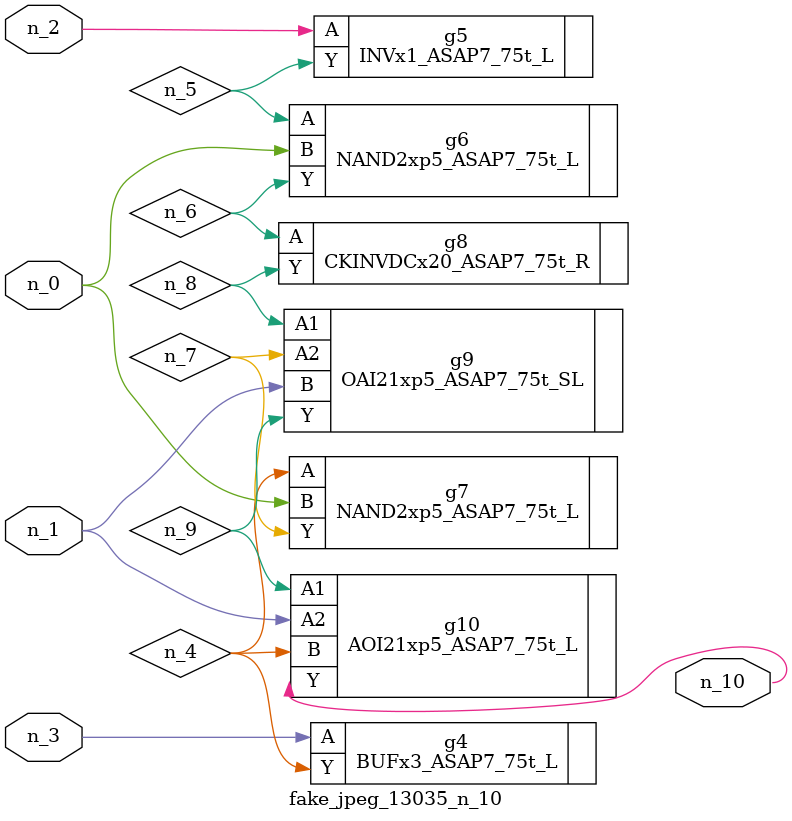
<source format=v>
module fake_jpeg_13035_n_10 (n_0, n_3, n_2, n_1, n_10);

input n_0;
input n_3;
input n_2;
input n_1;

output n_10;

wire n_4;
wire n_8;
wire n_9;
wire n_6;
wire n_5;
wire n_7;

BUFx3_ASAP7_75t_L g4 ( 
.A(n_3),
.Y(n_4)
);

INVx1_ASAP7_75t_L g5 ( 
.A(n_2),
.Y(n_5)
);

NAND2xp5_ASAP7_75t_L g6 ( 
.A(n_5),
.B(n_0),
.Y(n_6)
);

CKINVDCx20_ASAP7_75t_R g8 ( 
.A(n_6),
.Y(n_8)
);

NAND2xp5_ASAP7_75t_L g7 ( 
.A(n_4),
.B(n_0),
.Y(n_7)
);

OAI21xp5_ASAP7_75t_SL g9 ( 
.A1(n_8),
.A2(n_7),
.B(n_1),
.Y(n_9)
);

AOI21xp5_ASAP7_75t_L g10 ( 
.A1(n_9),
.A2(n_1),
.B(n_4),
.Y(n_10)
);


endmodule
</source>
